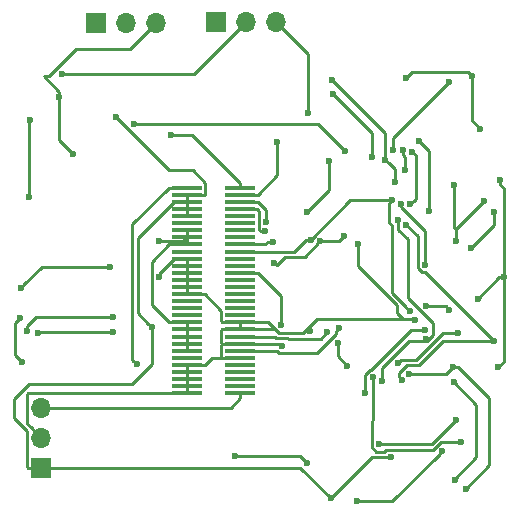
<source format=gbl>
G04 #@! TF.GenerationSoftware,KiCad,Pcbnew,no-vcs-found-7722~57~ubuntu16.04.1*
G04 #@! TF.CreationDate,2017-02-25T10:09:19+01:00*
G04 #@! TF.ProjectId,GhostSensorboard,47686F737453656E736F72626F617264,rev?*
G04 #@! TF.FileFunction,Copper,L2,Bot,Signal*
G04 #@! TF.FilePolarity,Positive*
%FSLAX46Y46*%
G04 Gerber Fmt 4.6, Leading zero omitted, Abs format (unit mm)*
G04 Created by KiCad (PCBNEW no-vcs-found-7722~57~ubuntu16.04.1) date Sat Feb 25 10:09:19 2017*
%MOMM*%
%LPD*%
G01*
G04 APERTURE LIST*
%ADD10C,0.100000*%
%ADD11R,1.700000X1.700000*%
%ADD12O,1.700000X1.700000*%
%ADD13R,2.500000X0.350000*%
%ADD14C,0.600000*%
%ADD15C,0.250000*%
G04 APERTURE END LIST*
D10*
D11*
X95001080Y-115402360D03*
D12*
X95001080Y-112862360D03*
X95001080Y-110322360D03*
D11*
X99664520Y-77767180D03*
D12*
X102204520Y-77767180D03*
X104744520Y-77767180D03*
D11*
X109816900Y-77701140D03*
D12*
X112356900Y-77701140D03*
X114896900Y-77701140D03*
D13*
X107368780Y-91711280D03*
X107368780Y-92311280D03*
X107368780Y-92911280D03*
X107368780Y-93511280D03*
X107368780Y-94111280D03*
X107368780Y-94711280D03*
X107368780Y-95311280D03*
X107368780Y-95911280D03*
X107368780Y-96511280D03*
X107368780Y-97111280D03*
X107368780Y-97711280D03*
X107368780Y-98311280D03*
X107368780Y-98911280D03*
X107368780Y-99511280D03*
X107368780Y-100111280D03*
X107368780Y-100711280D03*
X107368780Y-101311280D03*
X107368780Y-101911280D03*
X107368780Y-102511280D03*
X107368780Y-103111280D03*
X107368780Y-103711280D03*
X107368780Y-104311280D03*
X107368780Y-104911280D03*
X107368780Y-105511280D03*
X107368780Y-106111280D03*
X107368780Y-106711280D03*
X107368780Y-107311280D03*
X107368780Y-107911280D03*
X107368780Y-108511280D03*
X107368780Y-109111280D03*
X111868780Y-109111280D03*
X111868780Y-108511280D03*
X111868780Y-107911280D03*
X111868780Y-107311280D03*
X111868780Y-106711280D03*
X111868780Y-106111280D03*
X111868780Y-105511280D03*
X111868780Y-104911280D03*
X111868780Y-104311280D03*
X111868780Y-103711280D03*
X111868780Y-103111280D03*
X111868780Y-102511280D03*
X111868780Y-101911280D03*
X111868780Y-101311280D03*
X111868780Y-100711280D03*
X111868780Y-100111280D03*
X111868780Y-99511280D03*
X111868780Y-98911280D03*
X111868780Y-98311280D03*
X111868780Y-97711280D03*
X111868780Y-97111280D03*
X111868780Y-96511280D03*
X111868780Y-95911280D03*
X111868780Y-95311280D03*
X111868780Y-94711280D03*
X111868780Y-94111280D03*
X111868780Y-93511280D03*
X111868780Y-92911280D03*
X111868780Y-92311280D03*
X111868780Y-91711280D03*
D14*
X126690798Y-102936697D03*
X117596920Y-85369400D03*
X105023920Y-99263200D03*
X115463141Y-105083103D03*
X97774760Y-88844120D03*
X96565720Y-83992720D03*
X117811018Y-103864963D03*
X121859040Y-96438890D03*
X94066360Y-85973920D03*
X93974920Y-92537280D03*
X96771449Y-82080089D03*
X120165215Y-104838566D03*
X120975120Y-106807000D03*
X93446600Y-106497120D03*
X93253560Y-102707440D03*
X133736080Y-106923840D03*
X132024120Y-101092000D03*
X129595880Y-102031800D03*
X127645160Y-101711760D03*
X124644576Y-114516501D03*
X134203440Y-99293680D03*
X133898640Y-91023440D03*
X125887480Y-82458560D03*
X131485640Y-82214720D03*
X132212080Y-86715600D03*
X101396800Y-85719920D03*
X104421049Y-103539249D03*
X119598440Y-118008400D03*
X119395240Y-89489280D03*
X117510560Y-93761560D03*
X105003600Y-96225360D03*
X125489077Y-93128337D03*
X114655600Y-96301560D03*
X114726720Y-98059240D03*
X118672032Y-96208639D03*
X127543560Y-98221800D03*
X120685560Y-95813880D03*
X126270374Y-102171001D03*
X124765374Y-92765034D03*
X102877887Y-86317109D03*
X120766840Y-88620600D03*
X117877537Y-96114852D03*
X93309610Y-100180816D03*
X114073035Y-94586828D03*
X100848160Y-98415010D03*
X120283226Y-103579076D03*
X115356640Y-103306880D03*
X119278400Y-103946960D03*
X114030590Y-95385714D03*
X117535960Y-114985800D03*
X111465360Y-114432080D03*
X103129080Y-106669840D03*
X106034840Y-87238840D03*
X115026440Y-87833200D03*
X124794230Y-88554118D03*
X129580640Y-82737960D03*
X119781320Y-83753960D03*
X123072718Y-89128600D03*
X125648405Y-88524395D03*
X125846840Y-90241120D03*
X119684800Y-82621120D03*
X124169220Y-89333842D03*
X124998480Y-91221560D03*
X133344920Y-93781880D03*
X131429760Y-96824800D03*
X127904180Y-93702376D03*
X127061130Y-87751920D03*
X130006935Y-91450585D03*
X130134012Y-96206934D03*
X132521960Y-92816680D03*
X126289090Y-93128337D03*
X126435409Y-88668076D03*
X123146523Y-107779104D03*
X130581400Y-113238280D03*
X125595662Y-108022460D03*
X133380480Y-104648000D03*
X125928120Y-94848680D03*
X123895640Y-108059896D03*
X127591124Y-104535208D03*
X125226086Y-94465056D03*
X125229035Y-106584483D03*
X130330704Y-104022990D03*
X130042920Y-116453920D03*
X129976880Y-108183680D03*
X128999675Y-114023835D03*
X121762520Y-118247160D03*
X126163500Y-107458919D03*
X129905884Y-106898036D03*
X130977640Y-117190520D03*
X127575356Y-103735351D03*
X123667520Y-113385600D03*
X130139440Y-111363760D03*
X122433080Y-109098080D03*
X93878570Y-103811083D03*
X101132640Y-102656640D03*
X94793963Y-104044349D03*
X101122480Y-103936800D03*
D15*
X121859040Y-98339060D02*
X121859040Y-96863154D01*
X126391222Y-102808469D02*
X125655355Y-102808469D01*
X125655355Y-102808469D02*
X125160457Y-102313571D01*
X125160457Y-101640477D02*
X121859040Y-98339060D01*
X121859040Y-96863154D02*
X121859040Y-96438890D01*
X126562570Y-102808469D02*
X126690798Y-102936697D01*
X125160457Y-102313571D02*
X125160457Y-101640477D01*
X126391222Y-102808469D02*
X126562570Y-102808469D01*
X117596920Y-85369400D02*
X117596920Y-80401160D01*
X117596920Y-80401160D02*
X114896900Y-77701140D01*
X107368780Y-109111280D02*
X93931240Y-109111280D01*
X93931240Y-109111280D02*
X93826079Y-109216441D01*
X93826079Y-109216441D02*
X93826079Y-111687359D01*
X94151081Y-112012361D02*
X95001080Y-112862360D01*
X93826079Y-111687359D02*
X94151081Y-112012361D01*
X111868780Y-103111280D02*
X111868780Y-103711280D01*
X107368780Y-100711280D02*
X108868780Y-100711280D01*
X108868780Y-100711280D02*
X110293779Y-102136279D01*
X110368780Y-103111280D02*
X111868780Y-103111280D01*
X110293779Y-102136279D02*
X110293779Y-103036279D01*
X110293779Y-103036279D02*
X110368780Y-103111280D01*
X105023920Y-98981140D02*
X105023920Y-99263200D01*
X107368780Y-97711280D02*
X106293780Y-97711280D01*
X106293780Y-97711280D02*
X105023920Y-98981140D01*
X107368780Y-98311280D02*
X107368780Y-97711280D01*
X107368780Y-98911280D02*
X107368780Y-98311280D01*
X107368780Y-99511280D02*
X107368780Y-98911280D01*
X107368780Y-100111280D02*
X107368780Y-99511280D01*
X107368780Y-100711280D02*
X107368780Y-100111280D01*
X114246196Y-103111280D02*
X115142998Y-104008082D01*
X117386754Y-103864963D02*
X117811018Y-103864963D01*
X111868780Y-103111280D02*
X114246196Y-103111280D01*
X115142998Y-104008082D02*
X117188505Y-104008082D01*
X117188505Y-104008082D02*
X118388118Y-102808469D01*
X115291318Y-104911280D02*
X115463141Y-105083103D01*
X118388118Y-102808469D02*
X126391222Y-102808469D01*
X111868780Y-104911280D02*
X115291318Y-104911280D01*
X117243635Y-104008082D02*
X117386754Y-103864963D01*
X114846196Y-103711280D02*
X115142998Y-104008082D01*
X111868780Y-103711280D02*
X114846196Y-103711280D01*
X115142998Y-104008082D02*
X117243635Y-104008082D01*
X97774760Y-88844120D02*
X96565720Y-87635080D01*
X96565720Y-87635080D02*
X96565720Y-83992720D01*
X97998280Y-79969360D02*
X102542340Y-79969360D01*
X102542340Y-79969360D02*
X104744520Y-77767180D01*
X95694584Y-82273056D02*
X97998280Y-79969360D01*
X95270320Y-82273056D02*
X95694584Y-82273056D01*
X96565720Y-83992720D02*
X96565720Y-83568456D01*
X96565720Y-83568456D02*
X95270320Y-82273056D01*
X107368780Y-108511280D02*
X107368780Y-109111280D01*
X107368780Y-107911280D02*
X107368780Y-108511280D01*
X107368780Y-107311280D02*
X107368780Y-107911280D01*
X107368780Y-106711280D02*
X107368780Y-107311280D01*
X107368780Y-106711280D02*
X108868780Y-106711280D01*
X108868780Y-106711280D02*
X109468780Y-106111280D01*
X109468780Y-106111280D02*
X110368780Y-106111280D01*
X110368780Y-106111280D02*
X111868780Y-106111280D01*
X111868780Y-104911280D02*
X110368780Y-104911280D01*
X110293779Y-104986281D02*
X110293779Y-106036279D01*
X110368780Y-104911280D02*
X110293779Y-104986281D01*
X110293779Y-106036279D02*
X110368780Y-106111280D01*
X110368780Y-104911280D02*
X110293779Y-104836279D01*
X110293779Y-104836279D02*
X110293779Y-103786281D01*
X110293779Y-103786281D02*
X110368780Y-103711280D01*
X110368780Y-103711280D02*
X111868780Y-103711280D01*
X93974920Y-92537280D02*
X93974920Y-86065360D01*
X93974920Y-86065360D02*
X94066360Y-85973920D01*
X107977951Y-82080089D02*
X96771449Y-82080089D01*
X112356900Y-77701140D02*
X107977951Y-82080089D01*
X120975120Y-106807000D02*
X120165215Y-105997095D01*
X120165215Y-105997095D02*
X120165215Y-104838566D01*
X93146601Y-106197121D02*
X93446600Y-106497120D01*
X92786232Y-105836752D02*
X93146601Y-106197121D01*
X92786232Y-103174768D02*
X92786232Y-105836752D01*
X93253560Y-102707440D02*
X92786232Y-103174768D01*
X133736080Y-106923840D02*
X134203440Y-106456480D01*
X134203440Y-106456480D02*
X134203440Y-99293680D01*
X132024120Y-101092000D02*
X133822440Y-99293680D01*
X133822440Y-99293680D02*
X134203440Y-99293680D01*
X127645160Y-101711760D02*
X129275840Y-101711760D01*
X129275840Y-101711760D02*
X129595880Y-102031800D01*
X95001080Y-115402360D02*
X116992400Y-115402360D01*
X116992400Y-115402360D02*
X119598440Y-118008400D01*
X119598440Y-118008400D02*
X123090339Y-114516501D01*
X124220312Y-114516501D02*
X124644576Y-114516501D01*
X123090339Y-114516501D02*
X124220312Y-114516501D01*
X133898640Y-91023440D02*
X133898640Y-91447704D01*
X133898640Y-91447704D02*
X134203440Y-91752504D01*
X134203440Y-91752504D02*
X134203440Y-99293680D01*
X125887480Y-82458560D02*
X126431319Y-81914721D01*
X126431319Y-81914721D02*
X131185641Y-81914721D01*
X131185641Y-81914721D02*
X131485640Y-82214720D01*
X132212080Y-86715600D02*
X131485640Y-85989160D01*
X131485640Y-85989160D02*
X131485640Y-82214720D01*
X108868780Y-92311280D02*
X108943781Y-92236279D01*
X107368780Y-92311280D02*
X108868780Y-92311280D01*
X108943781Y-92236279D02*
X108943781Y-91276279D01*
X108943781Y-91276279D02*
X107853783Y-90186281D01*
X107853783Y-90186281D02*
X105863161Y-90186281D01*
X105863161Y-90186281D02*
X101396800Y-85719920D01*
X92727349Y-111225039D02*
X92727349Y-109592401D01*
X93826079Y-115327359D02*
X93826079Y-112323769D01*
X104421049Y-103963513D02*
X104421049Y-103539249D01*
X92727349Y-109592401D02*
X94009070Y-108310680D01*
X93901080Y-115402360D02*
X93826079Y-115327359D01*
X93826079Y-112323769D02*
X92727349Y-111225039D01*
X95001080Y-115402360D02*
X93901080Y-115402360D01*
X102722680Y-108310680D02*
X104421049Y-106612311D01*
X94009070Y-108310680D02*
X102722680Y-108310680D01*
X104421049Y-106612311D02*
X104421049Y-103963513D01*
X103212469Y-95992591D02*
X103212469Y-102330669D01*
X106293780Y-92911280D02*
X103212469Y-95992591D01*
X103212469Y-102330669D02*
X104121050Y-103239250D01*
X104121050Y-103239250D02*
X104421049Y-103539249D01*
X107368780Y-92911280D02*
X106293780Y-92911280D01*
X117510560Y-93761560D02*
X119395240Y-91876880D01*
X119395240Y-91876880D02*
X119395240Y-89489280D01*
X107368780Y-94111280D02*
X107368780Y-93511280D01*
X107368780Y-93511280D02*
X107368780Y-92911280D01*
X107368780Y-92311280D02*
X107368780Y-92911280D01*
X111868780Y-109111280D02*
X111868780Y-109536280D01*
X111868780Y-109536280D02*
X111082700Y-110322360D01*
X111082700Y-110322360D02*
X95001080Y-110322360D01*
X107368780Y-103711280D02*
X107368780Y-103111280D01*
X107368780Y-104311280D02*
X107368780Y-103711280D01*
X107368780Y-104911280D02*
X107368780Y-104311280D01*
X107368780Y-105511280D02*
X107368780Y-104911280D01*
X105868780Y-96511280D02*
X104398918Y-97981142D01*
X104398918Y-97981142D02*
X104398918Y-101641418D01*
X104398918Y-101641418D02*
X105868780Y-103111280D01*
X107368780Y-96511280D02*
X105868780Y-96511280D01*
X105868780Y-103111280D02*
X107368780Y-103111280D01*
X107368780Y-95311280D02*
X107368780Y-95911280D01*
X107368780Y-96511280D02*
X107368780Y-95911280D01*
X105003600Y-96225360D02*
X107054700Y-96225360D01*
X107054700Y-96225360D02*
X107368780Y-95911280D01*
X125489077Y-93347618D02*
X125489077Y-93128337D01*
X127543560Y-95402101D02*
X125489077Y-93347618D01*
X127543560Y-98221800D02*
X127543560Y-95402101D01*
X114655600Y-96301560D02*
X114231336Y-96301560D01*
X114231336Y-96301560D02*
X114021616Y-96511280D01*
X114021616Y-96511280D02*
X111868780Y-96511280D01*
X114985800Y-98231960D02*
X114813080Y-98059240D01*
X114813080Y-98059240D02*
X114726720Y-98059240D01*
X118672032Y-96208639D02*
X118502538Y-96208639D01*
X118502538Y-96208639D02*
X118502538Y-96414853D01*
X118502538Y-96414853D02*
X117356101Y-97561290D01*
X117356101Y-97561290D02*
X115656470Y-97561290D01*
X115656470Y-97561290D02*
X114985800Y-98231960D01*
X120290801Y-96208639D02*
X118672032Y-96208639D01*
X120685560Y-95813880D02*
X120290801Y-96208639D01*
X124762550Y-100598400D02*
X125970375Y-101806225D01*
X125970375Y-101871002D02*
X126270374Y-102171001D01*
X124465375Y-93065033D02*
X124465375Y-94625941D01*
X125970375Y-101806225D02*
X125970375Y-101871002D01*
X124765374Y-92765034D02*
X124465375Y-93065033D01*
X124762550Y-94923116D02*
X124762550Y-100598400D01*
X124465375Y-94625941D02*
X124762550Y-94923116D01*
X121227355Y-92765034D02*
X124341110Y-92765034D01*
X117877537Y-96114852D02*
X121227355Y-92765034D01*
X124341110Y-92765034D02*
X124765374Y-92765034D01*
X120766840Y-88620600D02*
X118463349Y-86317109D01*
X103302151Y-86317109D02*
X102877887Y-86317109D01*
X118463349Y-86317109D02*
X103302151Y-86317109D01*
X117877537Y-96114852D02*
X117453273Y-96114852D01*
X117453273Y-96114852D02*
X116456845Y-97111280D01*
X116456845Y-97111280D02*
X111868780Y-97111280D01*
X93609609Y-99880817D02*
X93309610Y-100180816D01*
X95075416Y-98415010D02*
X93609609Y-99880817D01*
X100848160Y-98415010D02*
X95075416Y-98415010D01*
X114073035Y-93615535D02*
X114073035Y-94586828D01*
X111868780Y-92911280D02*
X113368780Y-92911280D01*
X113368780Y-92911280D02*
X114073035Y-93615535D01*
X119983227Y-103879075D02*
X120283226Y-103579076D01*
X115163139Y-105708105D02*
X118411777Y-105708105D01*
X111868780Y-105511280D02*
X114966314Y-105511280D01*
X119983227Y-104136655D02*
X119983227Y-103879075D01*
X118411777Y-105708105D02*
X119983227Y-104136655D01*
X114966314Y-105511280D02*
X115163139Y-105708105D01*
X113368780Y-98911280D02*
X115356640Y-100899140D01*
X111868780Y-98911280D02*
X113368780Y-98911280D01*
X115356640Y-100899140D02*
X115356640Y-103306880D01*
X118735396Y-104489964D02*
X115961273Y-104489964D01*
X115961273Y-104489964D02*
X115929402Y-104458093D01*
X114809785Y-104311280D02*
X111868780Y-104311280D01*
X119278400Y-103946960D02*
X118735396Y-104489964D01*
X115929402Y-104458093D02*
X114956598Y-104458093D01*
X114956598Y-104458093D02*
X114809785Y-104311280D01*
X113606326Y-95385714D02*
X114030590Y-95385714D01*
X113443781Y-95223169D02*
X113606326Y-95385714D01*
X113443781Y-93676279D02*
X113443781Y-95223169D01*
X113278782Y-93511280D02*
X113443781Y-93676279D01*
X111868780Y-93511280D02*
X113278782Y-93511280D01*
X102762458Y-106303218D02*
X102829081Y-106369841D01*
X102762458Y-94817602D02*
X102762458Y-106303218D01*
X105868780Y-91711280D02*
X102762458Y-94817602D01*
X107368780Y-91711280D02*
X105868780Y-91711280D01*
X102829081Y-106369841D02*
X103129080Y-106669840D01*
X111465360Y-114432080D02*
X116982240Y-114432080D01*
X116982240Y-114432080D02*
X117535960Y-114985800D01*
X111868780Y-91711280D02*
X111868780Y-91286280D01*
X111868780Y-91286280D02*
X107821340Y-87238840D01*
X107821340Y-87238840D02*
X106034840Y-87238840D01*
X111868780Y-92311280D02*
X113368780Y-92311280D01*
X113368780Y-92311280D02*
X115026440Y-90653620D01*
X115026440Y-90653620D02*
X115026440Y-87833200D01*
X124794230Y-88129854D02*
X124794230Y-88554118D01*
X124794230Y-87524370D02*
X124794230Y-88129854D01*
X129580640Y-82737960D02*
X124794230Y-87524370D01*
X123072718Y-89128600D02*
X123072718Y-87045358D01*
X123072718Y-87045358D02*
X119781320Y-83753960D01*
X125648405Y-88948659D02*
X125648405Y-88524395D01*
X125846840Y-89147094D02*
X125648405Y-88948659D01*
X125846840Y-90241120D02*
X125846840Y-89147094D01*
X124169220Y-89333842D02*
X124169220Y-87105540D01*
X124169220Y-87105540D02*
X119684800Y-82621120D01*
X124469219Y-89633841D02*
X124169220Y-89333842D01*
X124998480Y-90163102D02*
X124469219Y-89633841D01*
X124998480Y-91221560D02*
X124998480Y-90163102D01*
X131429760Y-96824800D02*
X133344920Y-94909640D01*
X133344920Y-94909640D02*
X133344920Y-93781880D01*
X127904180Y-88594970D02*
X127904180Y-93278112D01*
X127904180Y-93278112D02*
X127904180Y-93702376D01*
X127061130Y-87751920D02*
X127904180Y-88594970D01*
X130134012Y-95218790D02*
X130006935Y-95091713D01*
X130006935Y-95091713D02*
X130006935Y-91874849D01*
X130006935Y-91874849D02*
X130006935Y-91450585D01*
X132521960Y-92816680D02*
X130134012Y-95204628D01*
X130134012Y-95204628D02*
X130134012Y-95218790D01*
X130134012Y-95218790D02*
X130134012Y-96206934D01*
X126735408Y-92682019D02*
X126589089Y-92828338D01*
X126435409Y-88668076D02*
X126735408Y-88968075D01*
X126589089Y-92828338D02*
X126289090Y-93128337D01*
X126735408Y-88968075D02*
X126735408Y-92682019D01*
X123146523Y-111343651D02*
X123146523Y-108203368D01*
X123146523Y-108203368D02*
X123146523Y-107779104D01*
X123042518Y-111447656D02*
X123146523Y-111343651D01*
X123042518Y-113685602D02*
X123042518Y-111447656D01*
X124028482Y-114066482D02*
X123423398Y-114066482D01*
X130581400Y-113238280D02*
X128901331Y-113238280D01*
X124203473Y-113891491D02*
X124028482Y-114066482D01*
X123423398Y-114066482D02*
X123042518Y-113685602D01*
X128248120Y-113891491D02*
X124203473Y-113891491D01*
X128901331Y-113238280D02*
X128248120Y-113891491D01*
X127005252Y-106720468D02*
X125976949Y-106720468D01*
X125295663Y-107722461D02*
X125595662Y-108022460D01*
X125295663Y-107401754D02*
X125295663Y-107722461D01*
X133380480Y-104648000D02*
X129077720Y-104648000D01*
X129077720Y-104648000D02*
X127005252Y-106720468D01*
X125976949Y-106720468D02*
X125295663Y-107401754D01*
X126918559Y-98521801D02*
X127243559Y-98846801D01*
X125928120Y-94848680D02*
X126918559Y-95839119D01*
X126918559Y-95839119D02*
X126918559Y-98521801D01*
X127243559Y-98846801D02*
X127579281Y-98846801D01*
X127579281Y-98846801D02*
X133380480Y-104648000D01*
X123895640Y-107635632D02*
X123895640Y-108059896D01*
X123895640Y-106992876D02*
X123895640Y-107635632D01*
X127711200Y-104714361D02*
X126174155Y-104714361D01*
X126174155Y-104714361D02*
X123895640Y-106992876D01*
X127711200Y-104655284D02*
X127591124Y-104535208D01*
X127711200Y-104714361D02*
X127711200Y-104655284D01*
X125226086Y-95259608D02*
X125226086Y-94889320D01*
X125226086Y-94889320D02*
X125226086Y-94465056D01*
X128204121Y-104221440D02*
X128204121Y-103179746D01*
X126060479Y-101036104D02*
X126060479Y-96094001D01*
X126060479Y-96094001D02*
X125226086Y-95259608D01*
X128204121Y-103179746D02*
X126060479Y-101036104D01*
X127711200Y-104714361D02*
X128204121Y-104221440D01*
X125543061Y-106270457D02*
X125529034Y-106284484D01*
X126793453Y-106270457D02*
X125543061Y-106270457D01*
X129040920Y-104022990D02*
X126793453Y-106270457D01*
X125529034Y-106284484D02*
X125229035Y-106584483D01*
X130330704Y-104022990D02*
X129040920Y-104022990D01*
X131871720Y-114533680D02*
X130042920Y-116362480D01*
X130042920Y-116362480D02*
X130042920Y-116453920D01*
X131871720Y-110078520D02*
X131871720Y-114533680D01*
X129976880Y-108183680D02*
X131871720Y-110078520D01*
X121762520Y-118247160D02*
X124776350Y-118247160D01*
X128699676Y-114323834D02*
X128999675Y-114023835D01*
X124776350Y-118247160D02*
X128699676Y-114323834D01*
X129345001Y-107458919D02*
X126587764Y-107458919D01*
X129905884Y-106898036D02*
X129345001Y-107458919D01*
X126587764Y-107458919D02*
X126163500Y-107458919D01*
X130330148Y-106898036D02*
X129905884Y-106898036D01*
X132982131Y-109550019D02*
X130330148Y-106898036D01*
X130977640Y-117190520D02*
X132982131Y-115186029D01*
X132982131Y-115186029D02*
X132982131Y-109550019D01*
X122924904Y-107160800D02*
X126350353Y-103735351D01*
X122433080Y-107592164D02*
X122864444Y-107160800D01*
X122433080Y-109098080D02*
X122433080Y-107592164D01*
X122864444Y-107160800D02*
X122924904Y-107160800D01*
X126350353Y-103735351D02*
X127151092Y-103735351D01*
X127151092Y-103735351D02*
X127575356Y-103735351D01*
X130139440Y-111363760D02*
X128117600Y-113385600D01*
X128117600Y-113385600D02*
X123667520Y-113385600D01*
X101132640Y-102656640D02*
X94608749Y-102656640D01*
X93878570Y-103386819D02*
X93878570Y-103811083D01*
X94608749Y-102656640D02*
X93878570Y-103386819D01*
X94901512Y-103936800D02*
X94793963Y-104044349D01*
X101122480Y-103936800D02*
X94901512Y-103936800D01*
M02*

</source>
